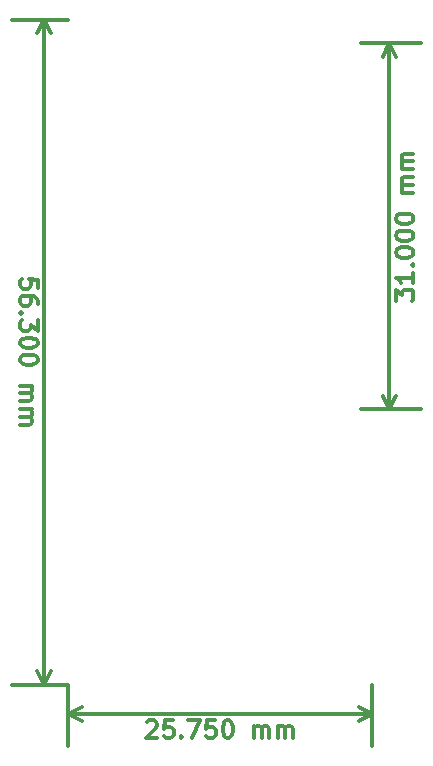
<source format=gbr>
%TF.GenerationSoftware,KiCad,Pcbnew,4.0.7*%
%TF.CreationDate,2017-11-16T17:09:38+08:00*%
%TF.ProjectId,nixie_tube,6E697869655F747562652E6B69636164,rev?*%
%TF.FileFunction,Other,ECO1*%
%FSLAX46Y46*%
G04 Gerber Fmt 4.6, Leading zero omitted, Abs format (unit mm)*
G04 Created by KiCad (PCBNEW 4.0.7) date 11/16/17 17:09:38*
%MOMM*%
%LPD*%
G01*
G04 APERTURE LIST*
%ADD10C,0.100000*%
%ADD11C,0.300000*%
G04 APERTURE END LIST*
D10*
D11*
X6660715Y-59471429D02*
X6732144Y-59400000D01*
X6875001Y-59328571D01*
X7232144Y-59328571D01*
X7375001Y-59400000D01*
X7446430Y-59471429D01*
X7517858Y-59614286D01*
X7517858Y-59757143D01*
X7446430Y-59971429D01*
X6589287Y-60828571D01*
X7517858Y-60828571D01*
X8875001Y-59328571D02*
X8160715Y-59328571D01*
X8089286Y-60042857D01*
X8160715Y-59971429D01*
X8303572Y-59900000D01*
X8660715Y-59900000D01*
X8803572Y-59971429D01*
X8875001Y-60042857D01*
X8946429Y-60185714D01*
X8946429Y-60542857D01*
X8875001Y-60685714D01*
X8803572Y-60757143D01*
X8660715Y-60828571D01*
X8303572Y-60828571D01*
X8160715Y-60757143D01*
X8089286Y-60685714D01*
X9589286Y-60685714D02*
X9660714Y-60757143D01*
X9589286Y-60828571D01*
X9517857Y-60757143D01*
X9589286Y-60685714D01*
X9589286Y-60828571D01*
X10160715Y-59328571D02*
X11160715Y-59328571D01*
X10517858Y-60828571D01*
X12446429Y-59328571D02*
X11732143Y-59328571D01*
X11660714Y-60042857D01*
X11732143Y-59971429D01*
X11875000Y-59900000D01*
X12232143Y-59900000D01*
X12375000Y-59971429D01*
X12446429Y-60042857D01*
X12517857Y-60185714D01*
X12517857Y-60542857D01*
X12446429Y-60685714D01*
X12375000Y-60757143D01*
X12232143Y-60828571D01*
X11875000Y-60828571D01*
X11732143Y-60757143D01*
X11660714Y-60685714D01*
X13446428Y-59328571D02*
X13589285Y-59328571D01*
X13732142Y-59400000D01*
X13803571Y-59471429D01*
X13875000Y-59614286D01*
X13946428Y-59900000D01*
X13946428Y-60257143D01*
X13875000Y-60542857D01*
X13803571Y-60685714D01*
X13732142Y-60757143D01*
X13589285Y-60828571D01*
X13446428Y-60828571D01*
X13303571Y-60757143D01*
X13232142Y-60685714D01*
X13160714Y-60542857D01*
X13089285Y-60257143D01*
X13089285Y-59900000D01*
X13160714Y-59614286D01*
X13232142Y-59471429D01*
X13303571Y-59400000D01*
X13446428Y-59328571D01*
X15732142Y-60828571D02*
X15732142Y-59828571D01*
X15732142Y-59971429D02*
X15803570Y-59900000D01*
X15946428Y-59828571D01*
X16160713Y-59828571D01*
X16303570Y-59900000D01*
X16374999Y-60042857D01*
X16374999Y-60828571D01*
X16374999Y-60042857D02*
X16446428Y-59900000D01*
X16589285Y-59828571D01*
X16803570Y-59828571D01*
X16946428Y-59900000D01*
X17017856Y-60042857D01*
X17017856Y-60828571D01*
X17732142Y-60828571D02*
X17732142Y-59828571D01*
X17732142Y-59971429D02*
X17803570Y-59900000D01*
X17946428Y-59828571D01*
X18160713Y-59828571D01*
X18303570Y-59900000D01*
X18374999Y-60042857D01*
X18374999Y-60828571D01*
X18374999Y-60042857D02*
X18446428Y-59900000D01*
X18589285Y-59828571D01*
X18803570Y-59828571D01*
X18946428Y-59900000D01*
X19017856Y-60042857D01*
X19017856Y-60828571D01*
X0Y-58800000D02*
X25750000Y-58800000D01*
X0Y-56300000D02*
X0Y-61500000D01*
X25750000Y-56300000D02*
X25750000Y-61500000D01*
X25750000Y-58800000D02*
X24623496Y-59386421D01*
X25750000Y-58800000D02*
X24623496Y-58213579D01*
X0Y-58800000D02*
X1126504Y-59386421D01*
X0Y-58800000D02*
X1126504Y-58213579D01*
X27728571Y-23785713D02*
X27728571Y-22857142D01*
X28300000Y-23357142D01*
X28300000Y-23142856D01*
X28371429Y-22999999D01*
X28442857Y-22928570D01*
X28585714Y-22857142D01*
X28942857Y-22857142D01*
X29085714Y-22928570D01*
X29157143Y-22999999D01*
X29228571Y-23142856D01*
X29228571Y-23571428D01*
X29157143Y-23714285D01*
X29085714Y-23785713D01*
X29228571Y-21428571D02*
X29228571Y-22285714D01*
X29228571Y-21857142D02*
X27728571Y-21857142D01*
X27942857Y-21999999D01*
X28085714Y-22142857D01*
X28157143Y-22285714D01*
X29085714Y-20785714D02*
X29157143Y-20714286D01*
X29228571Y-20785714D01*
X29157143Y-20857143D01*
X29085714Y-20785714D01*
X29228571Y-20785714D01*
X27728571Y-19785714D02*
X27728571Y-19642857D01*
X27800000Y-19500000D01*
X27871429Y-19428571D01*
X28014286Y-19357142D01*
X28300000Y-19285714D01*
X28657143Y-19285714D01*
X28942857Y-19357142D01*
X29085714Y-19428571D01*
X29157143Y-19500000D01*
X29228571Y-19642857D01*
X29228571Y-19785714D01*
X29157143Y-19928571D01*
X29085714Y-20000000D01*
X28942857Y-20071428D01*
X28657143Y-20142857D01*
X28300000Y-20142857D01*
X28014286Y-20071428D01*
X27871429Y-20000000D01*
X27800000Y-19928571D01*
X27728571Y-19785714D01*
X27728571Y-18357143D02*
X27728571Y-18214286D01*
X27800000Y-18071429D01*
X27871429Y-18000000D01*
X28014286Y-17928571D01*
X28300000Y-17857143D01*
X28657143Y-17857143D01*
X28942857Y-17928571D01*
X29085714Y-18000000D01*
X29157143Y-18071429D01*
X29228571Y-18214286D01*
X29228571Y-18357143D01*
X29157143Y-18500000D01*
X29085714Y-18571429D01*
X28942857Y-18642857D01*
X28657143Y-18714286D01*
X28300000Y-18714286D01*
X28014286Y-18642857D01*
X27871429Y-18571429D01*
X27800000Y-18500000D01*
X27728571Y-18357143D01*
X27728571Y-16928572D02*
X27728571Y-16785715D01*
X27800000Y-16642858D01*
X27871429Y-16571429D01*
X28014286Y-16500000D01*
X28300000Y-16428572D01*
X28657143Y-16428572D01*
X28942857Y-16500000D01*
X29085714Y-16571429D01*
X29157143Y-16642858D01*
X29228571Y-16785715D01*
X29228571Y-16928572D01*
X29157143Y-17071429D01*
X29085714Y-17142858D01*
X28942857Y-17214286D01*
X28657143Y-17285715D01*
X28300000Y-17285715D01*
X28014286Y-17214286D01*
X27871429Y-17142858D01*
X27800000Y-17071429D01*
X27728571Y-16928572D01*
X29228571Y-14642858D02*
X28228571Y-14642858D01*
X28371429Y-14642858D02*
X28300000Y-14571430D01*
X28228571Y-14428572D01*
X28228571Y-14214287D01*
X28300000Y-14071430D01*
X28442857Y-14000001D01*
X29228571Y-14000001D01*
X28442857Y-14000001D02*
X28300000Y-13928572D01*
X28228571Y-13785715D01*
X28228571Y-13571430D01*
X28300000Y-13428572D01*
X28442857Y-13357144D01*
X29228571Y-13357144D01*
X29228571Y-12642858D02*
X28228571Y-12642858D01*
X28371429Y-12642858D02*
X28300000Y-12571430D01*
X28228571Y-12428572D01*
X28228571Y-12214287D01*
X28300000Y-12071430D01*
X28442857Y-12000001D01*
X29228571Y-12000001D01*
X28442857Y-12000001D02*
X28300000Y-11928572D01*
X28228571Y-11785715D01*
X28228571Y-11571430D01*
X28300000Y-11428572D01*
X28442857Y-11357144D01*
X29228571Y-11357144D01*
X27200000Y-33000000D02*
X27200000Y-2000000D01*
X24750000Y-33000000D02*
X29900000Y-33000000D01*
X24750000Y-2000000D02*
X29900000Y-2000000D01*
X27200000Y-2000000D02*
X27786421Y-3126504D01*
X27200000Y-2000000D02*
X26613579Y-3126504D01*
X27200000Y-33000000D02*
X27786421Y-31873496D01*
X27200000Y-33000000D02*
X26613579Y-31873496D01*
X-2578571Y-22721430D02*
X-2578571Y-22007144D01*
X-3292857Y-21935715D01*
X-3221429Y-22007144D01*
X-3150000Y-22150001D01*
X-3150000Y-22507144D01*
X-3221429Y-22650001D01*
X-3292857Y-22721430D01*
X-3435714Y-22792858D01*
X-3792857Y-22792858D01*
X-3935714Y-22721430D01*
X-4007143Y-22650001D01*
X-4078571Y-22507144D01*
X-4078571Y-22150001D01*
X-4007143Y-22007144D01*
X-3935714Y-21935715D01*
X-2578571Y-24078572D02*
X-2578571Y-23792858D01*
X-2650000Y-23650001D01*
X-2721429Y-23578572D01*
X-2935714Y-23435715D01*
X-3221429Y-23364286D01*
X-3792857Y-23364286D01*
X-3935714Y-23435715D01*
X-4007143Y-23507143D01*
X-4078571Y-23650001D01*
X-4078571Y-23935715D01*
X-4007143Y-24078572D01*
X-3935714Y-24150001D01*
X-3792857Y-24221429D01*
X-3435714Y-24221429D01*
X-3292857Y-24150001D01*
X-3221429Y-24078572D01*
X-3150000Y-23935715D01*
X-3150000Y-23650001D01*
X-3221429Y-23507143D01*
X-3292857Y-23435715D01*
X-3435714Y-23364286D01*
X-3935714Y-24864286D02*
X-4007143Y-24935714D01*
X-4078571Y-24864286D01*
X-4007143Y-24792857D01*
X-3935714Y-24864286D01*
X-4078571Y-24864286D01*
X-2578571Y-25435715D02*
X-2578571Y-26364286D01*
X-3150000Y-25864286D01*
X-3150000Y-26078572D01*
X-3221429Y-26221429D01*
X-3292857Y-26292858D01*
X-3435714Y-26364286D01*
X-3792857Y-26364286D01*
X-3935714Y-26292858D01*
X-4007143Y-26221429D01*
X-4078571Y-26078572D01*
X-4078571Y-25650000D01*
X-4007143Y-25507143D01*
X-3935714Y-25435715D01*
X-2578571Y-27292857D02*
X-2578571Y-27435714D01*
X-2650000Y-27578571D01*
X-2721429Y-27650000D01*
X-2864286Y-27721429D01*
X-3150000Y-27792857D01*
X-3507143Y-27792857D01*
X-3792857Y-27721429D01*
X-3935714Y-27650000D01*
X-4007143Y-27578571D01*
X-4078571Y-27435714D01*
X-4078571Y-27292857D01*
X-4007143Y-27150000D01*
X-3935714Y-27078571D01*
X-3792857Y-27007143D01*
X-3507143Y-26935714D01*
X-3150000Y-26935714D01*
X-2864286Y-27007143D01*
X-2721429Y-27078571D01*
X-2650000Y-27150000D01*
X-2578571Y-27292857D01*
X-2578571Y-28721428D02*
X-2578571Y-28864285D01*
X-2650000Y-29007142D01*
X-2721429Y-29078571D01*
X-2864286Y-29150000D01*
X-3150000Y-29221428D01*
X-3507143Y-29221428D01*
X-3792857Y-29150000D01*
X-3935714Y-29078571D01*
X-4007143Y-29007142D01*
X-4078571Y-28864285D01*
X-4078571Y-28721428D01*
X-4007143Y-28578571D01*
X-3935714Y-28507142D01*
X-3792857Y-28435714D01*
X-3507143Y-28364285D01*
X-3150000Y-28364285D01*
X-2864286Y-28435714D01*
X-2721429Y-28507142D01*
X-2650000Y-28578571D01*
X-2578571Y-28721428D01*
X-4078571Y-31007142D02*
X-3078571Y-31007142D01*
X-3221429Y-31007142D02*
X-3150000Y-31078570D01*
X-3078571Y-31221428D01*
X-3078571Y-31435713D01*
X-3150000Y-31578570D01*
X-3292857Y-31649999D01*
X-4078571Y-31649999D01*
X-3292857Y-31649999D02*
X-3150000Y-31721428D01*
X-3078571Y-31864285D01*
X-3078571Y-32078570D01*
X-3150000Y-32221428D01*
X-3292857Y-32292856D01*
X-4078571Y-32292856D01*
X-4078571Y-33007142D02*
X-3078571Y-33007142D01*
X-3221429Y-33007142D02*
X-3150000Y-33078570D01*
X-3078571Y-33221428D01*
X-3078571Y-33435713D01*
X-3150000Y-33578570D01*
X-3292857Y-33649999D01*
X-4078571Y-33649999D01*
X-3292857Y-33649999D02*
X-3150000Y-33721428D01*
X-3078571Y-33864285D01*
X-3078571Y-34078570D01*
X-3150000Y-34221428D01*
X-3292857Y-34292856D01*
X-4078571Y-34292856D01*
X-2050000Y0D02*
X-2050000Y-56300000D01*
X0Y0D02*
X-4750000Y0D01*
X0Y-56300000D02*
X-4750000Y-56300000D01*
X-2050000Y-56300000D02*
X-2636421Y-55173496D01*
X-2050000Y-56300000D02*
X-1463579Y-55173496D01*
X-2050000Y0D02*
X-2636421Y-1126504D01*
X-2050000Y0D02*
X-1463579Y-1126504D01*
M02*

</source>
